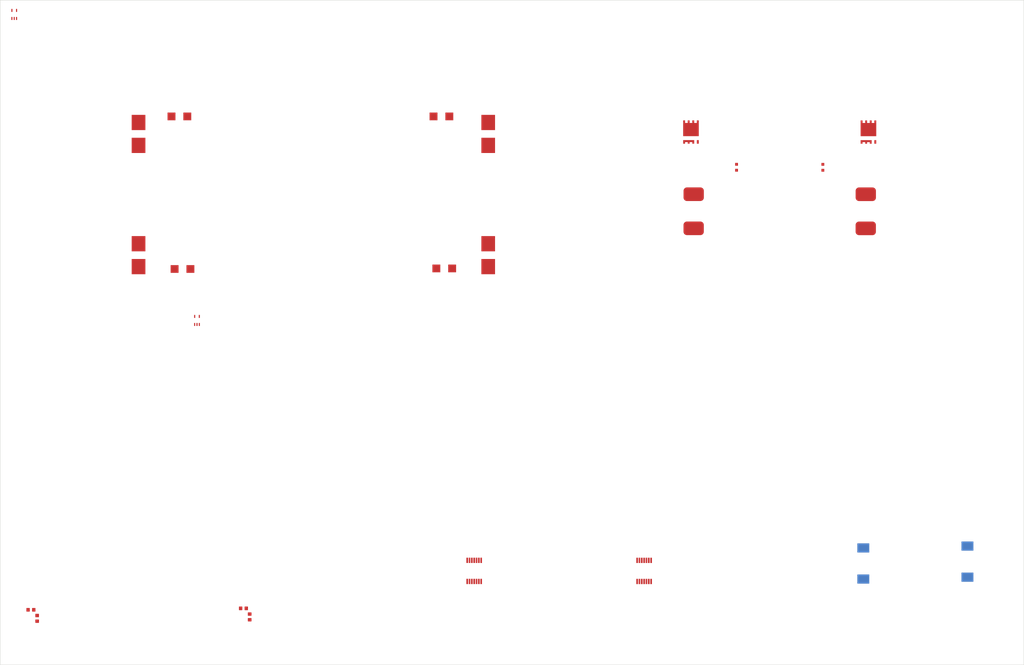
<source format=kicad_pcb>
(kicad_pcb (version 20240108) (generator "pcbnew") (generator_version "8.0")
  (layers (0 "F.Cu" signal) (31 "B.Cu" signal) (34 "B.Paste" user) (35 "F.Paste" user) (36 "B.SilkS" user "B.Silkscreen") (37 "F.SilkS" user "F.Silkscreen") (38 "B.Mask" user) (39 "F.Mask" user) (44 "Edge.Cuts" user))
  (net 0 "")
  (footprint "SMBJ33A:DIOM5436X244N" (layer "F.Cu") (at 125.045 32.3627 180)
    (property "Reference" "D3" (hide yes))
    (property "Value" "DIOM5436X244N" (hide yes))
    (pad "1" smd rect (at 0 0 270) (size 2.15 2.2) (layers "F.Cu" "F.Paste" "F.Mask"))
    (pad "2" smd rect (at 4.4 0 270) (size 2.15 2.2) (layers "F.Cu" "F.Paste" "F.Mask"))
  )
  (footprint "libloader:BSC021N08NS5ATMA1" (layer "F.Cu") (at 192.32 36.708)
    (property "Reference" "Q1" (hide yes))
    (property "Value" "ISC009N06LM5ATMA1" (hide yes))
    (pad "1" smd rect (at -1.905 3.024 90) (size 0.45 0.54) (layers "F.Cu" "F.Paste" "F.Mask") (thermal_bridge_width 1))
    (pad "2" smd rect (at -0.635 3.024 90) (size 0.45 0.54) (layers "F.Cu" "F.Paste" "F.Mask") (thermal_bridge_width 1))
    (pad "3" smd rect (at 0.635 3.024 90) (size 0.45 0.54) (layers "F.Cu" "F.Paste" "F.Mask"))
    (pad "4" smd rect (at 1.905 2.749) (size 0.54 1) (layers "F.Cu" "F.Paste" "F.Mask"))
    (pad "5" smd rect (at 1.905 -2.888) (size 0.54 0.725) (layers "F.Cu" "F.Paste" "F.Mask"))
    (pad "6" smd rect (at 0.635 -2.888) (size 0.54 0.725) (layers "F.Cu" "F.Paste" "F.Mask"))
    (pad "7" smd rect (at -0.635 -2.888) (size 0.54 0.725) (layers "F.Cu" "F.Paste" "F.Mask"))
    (pad "8" smd rect (at -1.905 -2.888) (size 0.54 0.725) (layers "F.Cu" "F.Paste" "F.Mask"))
    (pad "9" smd rect (at 0 -0.688 90) (size 3.675 4.35) (layers "F.Cu" "F.Paste" "F.Mask"))
    (pad "10" smd rect (at -0.635 2.524 90) (size 0.55 3.08) (layers "F.Cu" "F.Paste" "F.Mask") (thermal_bridge_width 2))
  )
  (footprint "Justus:mp012928" (layer "F.Cu") (at 193.07 54.02 -90)
    (property "Reference" "J4" (hide yes))
    (property "Value" "Conn_01x02_Pin" (hide yes))
    (pad "1" smd roundrect (at 0 -0.01 270) (size 3.79 5.65) (layers "F.Cu" "F.Paste" "F.Mask"))
    (pad "2" smd roundrect (at 9.5 0 270) (size 3.79 5.65) (layers "F.Cu" "F.Paste" "F.Mask"))
  )
  (footprint "SMBJ33A:DIOM5436X244N" (layer "F.Cu") (at 47.695 32.3627)
    (property "Reference" "D2" (hide yes))
    (property "Value" "DIOM5436X244N" (hide yes))
    (pad "1" smd rect (at 0 0 90) (size 2.15 2.2) (layers "F.Cu" "F.Paste" "F.Mask"))
    (pad "2" smd rect (at 4.4 0 90) (size 2.15 2.2) (layers "F.Cu" "F.Paste" "F.Mask"))
  )
  (footprint "FUSE:Fuse" (layer "F.Cu") (at 38.52 70.9877 90)
    (property "Reference" "F5" (hide yes))
    (property "Value" "Fuse" (hide yes))
    (pad "1" smd rect (at -3.1877 0 180) (size 3.81 4.2418) (layers "F.Cu" "F.Paste" "F.Mask"))
    (pad "2" smd rect (at 3.1877 0 180) (size 3.81 4.2418) (layers "F.Cu" "F.Paste" "F.Mask"))
  )
  (footprint "SMBJ33A:DIOM5436X244N" (layer "F.Cu") (at 52.9586 74.8377 180)
    (property "Reference" "D4" (hide yes))
    (property "Value" "DIOM5436X244N" (hide yes))
    (pad "1" smd rect (at 0 0 270) (size 2.15 2.2) (layers "F.Cu" "F.Paste" "F.Mask"))
    (pad "2" smd rect (at 4.4 0 270) (size 2.15 2.2) (layers "F.Cu" "F.Paste" "F.Mask"))
  )
  (footprint "SN74LVC1G32IDCKREP:SN74LVC1G32IDCKREP" (layer "F.Cu") (at 54.795 89.1627 90)
    (property "Reference" "REF**" (hide yes))
    (property "Value" "DCK5" (hide yes))
    (pad "1" smd rect (at -1.121151 -0.649999 90) (size 0.845299 0.3048) (layers "F.Cu" "F.Paste" "F.Mask"))
    (pad "2" smd rect (at -1.121151 0 90) (size 0.845299 0.3048) (layers "F.Cu" "F.Paste" "F.Mask"))
    (pad "3" smd rect (at -1.121151 0.649999 90) (size 0.845299 0.3048) (layers "F.Cu" "F.Paste" "F.Mask"))
    (pad "4" smd rect (at 1.121151 0.649999 90) (size 0.845299 0.3048) (layers "F.Cu" "F.Paste" "F.Mask"))
    (pad "5" smd rect (at 1.121151 -0.649999 90) (size 0.845299 0.3048) (layers "F.Cu" "F.Paste" "F.Mask"))
  )
  (footprint "FUSE:Fuse" (layer "F.Cu") (at 38.52 37.2377 -90)
    (property "Reference" "F3" (hide yes))
    (property "Value" "Fuse" (hide yes))
    (pad "1" smd rect (at -3.1877 0) (size 3.81 4.2418) (layers "F.Cu" "F.Paste" "F.Mask"))
    (pad "2" smd rect (at 3.1877 0) (size 3.81 4.2418) (layers "F.Cu" "F.Paste" "F.Mask"))
  )
  (footprint "R0603:RESC1608X50N" (layer "F.Cu") (at 67.73 169.32)
    (property "Reference" "1.1k" (hide yes))
    (property "Value" "MCT06030D1101BP500" (hide yes))
    (pad "1" smd roundrect (at -0.79 0) (size 0.94 1.02) (layers "F.Cu" "F.Paste" "F.Mask") (roundrect_rratio 0.1))
    (pad "2" smd roundrect (at 0.79 0) (size 0.94 1.02) (layers "F.Cu" "F.Paste" "F.Mask") (roundrect_rratio 0.1))
  )
  (footprint "AS5047P-ATSM:SOP65P640X120-14N" (layer "F.Cu") (at 131.97 158.89 -90)
    (property "Reference" "IC1" (hide yes))
    (property "Value" "AS5047P-ATSM" (hide yes))
    (pad "1" smd rect (at -2.938 -1.95) (size 0.45 1.475) (layers "F.Cu" "F.Paste" "F.Mask"))
    (pad "2" smd rect (at -2.938 -1.3) (size 0.45 1.475) (layers "F.Cu" "F.Paste" "F.Mask"))
    (pad "3" smd rect (at -2.938 -0.65) (size 0.45 1.475) (layers "F.Cu" "F.Paste" "F.Mask"))
    (pad "4" smd rect (at -2.938 0) (size 0.45 1.475) (layers "F.Cu" "F.Paste" "F.Mask"))
    (pad "5" smd rect (at -2.938 0.65) (size 0.45 1.475) (layers "F.Cu" "F.Paste" "F.Mask"))
    (pad "6" smd rect (at -2.938 1.3) (size 0.45 1.475) (layers "F.Cu" "F.Paste" "F.Mask"))
    (pad "7" smd rect (at -2.938 1.95) (size 0.45 1.475) (layers "F.Cu" "F.Paste" "F.Mask"))
    (pad "8" smd rect (at 2.938 1.95) (size 0.45 1.475) (layers "F.Cu" "F.Paste" "F.Mask"))
    (pad "9" smd rect (at 2.938 1.3) (size 0.45 1.475) (layers "F.Cu" "F.Paste" "F.Mask"))
    (pad "10" smd rect (at 2.938 0.65) (size 0.45 1.475) (layers "F.Cu" "F.Paste" "F.Mask"))
    (pad "11" smd rect (at 2.938 0) (size 0.45 1.475) (layers "F.Cu" "F.Paste" "F.Mask"))
    (pad "12" smd rect (at 2.938 -0.65) (size 0.45 1.475) (layers "F.Cu" "F.Paste" "F.Mask"))
    (pad "13" smd rect (at 2.938 -1.3) (size 0.45 1.475) (layers "F.Cu" "F.Paste" "F.Mask"))
    (pad "14" smd rect (at 2.938 -1.95) (size 0.45 1.475) (layers "F.Cu" "F.Paste" "F.Mask"))
  )
  (footprint "SMBJ33A:DIOM5436X244N" (layer "F.Cu") (at 121.4314 74.6853)
    (property "Reference" "D1" (hide yes))
    (property "Value" "DIOM5436X244N" (hide yes))
    (pad "1" smd rect (at 0 0 90) (size 2.15 2.2) (layers "F.Cu" "F.Paste" "F.Mask"))
    (pad "2" smd rect (at 4.4 0 90) (size 2.15 2.2) (layers "F.Cu" "F.Paste" "F.Mask"))
  )
  (footprint "libloader:SMLD12EN1WT86C" (layer "F.Cu") (at 205.015 46.52 -90)
    (property "Reference" "LED1" (hide yes))
    (property "Value" "SMLD12EN1WT86C" (hide yes))
    (pad "1" smd rect (at -0.825 0) (size 0.8 0.8) (layers "F.Cu" "F.Paste" "F.Mask"))
    (pad "2" smd rect (at 0.825 0) (size 0.8 0.8) (layers "F.Cu" "F.Paste" "F.Mask"))
  )
  (footprint "SN74LVC1G32IDCKREP:SN74LVC1G32IDCKREP" (layer "F.Cu") (at 3.91 3.97 90)
    (property "Reference" "REF**" (hide yes))
    (property "Value" "DCK5" (hide yes))
    (pad "1" smd rect (at -1.121151 -0.649999 90) (size 0.845299 0.3048) (layers "F.Cu" "F.Paste" "F.Mask"))
    (pad "2" smd rect (at -1.121151 0 90) (size 0.845299 0.3048) (layers "F.Cu" "F.Paste" "F.Mask"))
    (pad "3" smd rect (at -1.121151 0.649999 90) (size 0.845299 0.3048) (layers "F.Cu" "F.Paste" "F.Mask"))
    (pad "4" smd rect (at 1.121151 0.649999 90) (size 0.845299 0.3048) (layers "F.Cu" "F.Paste" "F.Mask"))
    (pad "5" smd rect (at 1.121151 -0.649999 90) (size 0.845299 0.3048) (layers "F.Cu" "F.Paste" "F.Mask"))
  )
  (footprint "R0603:RESC1608X50N" (layer "F.Cu") (at 10.29 172.1 90)
    (property "Reference" "7.5k" (hide yes))
    (property "Value" "MCT06030D7501BP500" (hide yes))
    (pad "1" smd roundrect (at -0.79 0 90) (size 0.94 1.02) (layers "F.Cu" "F.Paste" "F.Mask") (roundrect_rratio 0.1))
    (pad "2" smd roundrect (at 0.79 0 90) (size 0.94 1.02) (layers "F.Cu" "F.Paste" "F.Mask") (roundrect_rratio 0.1))
  )
  (footprint "AS5047P-ATSM:SOP65P640X120-14N" (layer "F.Cu") (at 179.28 158.898 -90)
    (property "Reference" "IC1" (hide yes))
    (property "Value" "AS5047P-ATSM" (hide yes))
    (pad "1" smd rect (at -2.938 -1.95) (size 0.45 1.475) (layers "F.Cu" "F.Paste" "F.Mask"))
    (pad "2" smd rect (at -2.938 -1.3) (size 0.45 1.475) (layers "F.Cu" "F.Paste" "F.Mask"))
    (pad "3" smd rect (at -2.938 -0.65) (size 0.45 1.475) (layers "F.Cu" "F.Paste" "F.Mask"))
    (pad "4" smd rect (at -2.938 0) (size 0.45 1.475) (layers "F.Cu" "F.Paste" "F.Mask"))
    (pad "5" smd rect (at -2.938 0.65) (size 0.45 1.475) (layers "F.Cu" "F.Paste" "F.Mask"))
    (pad "6" smd rect (at -2.938 1.3) (size 0.45 1.475) (layers "F.Cu" "F.Paste" "F.Mask"))
    (pad "7" smd rect (at -2.938 1.95) (size 0.45 1.475) (layers "F.Cu" "F.Paste" "F.Mask"))
    (pad "8" smd rect (at 2.938 1.95) (size 0.45 1.475) (layers "F.Cu" "F.Paste" "F.Mask"))
    (pad "9" smd rect (at 2.938 1.3) (size 0.45 1.475) (layers "F.Cu" "F.Paste" "F.Mask"))
    (pad "10" smd rect (at 2.938 0.65) (size 0.45 1.475) (layers "F.Cu" "F.Paste" "F.Mask"))
    (pad "11" smd rect (at 2.938 0) (size 0.45 1.475) (layers "F.Cu" "F.Paste" "F.Mask"))
    (pad "12" smd rect (at 2.938 -0.65) (size 0.45 1.475) (layers "F.Cu" "F.Paste" "F.Mask"))
    (pad "13" smd rect (at 2.938 -1.3) (size 0.45 1.475) (layers "F.Cu" "F.Paste" "F.Mask"))
    (pad "14" smd rect (at 2.938 -1.95) (size 0.45 1.475) (layers "F.Cu" "F.Paste" "F.Mask"))
  )
  (footprint "FUSE:Fuse" (layer "F.Cu") (at 135.87 37.2377 90)
    (property "Reference" "F2" (hide yes))
    (property "Value" "Fuse" (hide yes))
    (pad "1" smd rect (at -3.1877 0 180) (size 3.81 4.2418) (layers "F.Cu" "F.Paste" "F.Mask"))
    (pad "2" smd rect (at 3.1877 0 180) (size 3.81 4.2418) (layers "F.Cu" "F.Paste" "F.Mask"))
  )
  (footprint "R0603:RESC1608X50N" (layer "F.Cu") (at 8.56 169.72)
    (property "Reference" "1.1k" (hide yes))
    (property "Value" "MCT06030D1101BP500" (hide yes))
    (pad "1" smd roundrect (at -0.79 0) (size 0.94 1.02) (layers "F.Cu" "F.Paste" "F.Mask") (roundrect_rratio 0.1))
    (pad "2" smd roundrect (at 0.79 0) (size 0.94 1.02) (layers "F.Cu" "F.Paste" "F.Mask") (roundrect_rratio 0.1))
  )
  (footprint "R0603:RESC1608X50N" (layer "F.Cu") (at 69.46 171.7 90)
    (property "Reference" "7.5k" (hide yes))
    (property "Value" "MCT06030D7501BP500" (hide yes))
    (pad "1" smd roundrect (at -0.79 0 90) (size 0.94 1.02) (layers "F.Cu" "F.Paste" "F.Mask") (roundrect_rratio 0.1))
    (pad "2" smd roundrect (at 0.79 0 90) (size 0.94 1.02) (layers "F.Cu" "F.Paste" "F.Mask") (roundrect_rratio 0.1))
  )
  (footprint "Bohrloch:Stencil" (layer "F.Cu") (at 239.485 46.28)
    (property "Reference" "REF**" (hide yes))
    (property "Value" "Stencil" (hide yes))
    (pad "1" smd rect (at -10.45 -0.575) (size 0.8 0.8) (layers "F.Cu" "F.Paste" "F.Mask"))
    (pad "1" smd rect (at 0.34 -6.538 90) (size 0.45 0.54) (layers "F.Cu" "F.Paste" "F.Mask") (thermal_bridge_width 1))
    (pad "1" smd roundrect (at 1.505 7.75 270) (size 3.79 5.65) (layers "F.Cu" "F.Paste" "F.Mask"))
    (pad "2" smd rect (at -10.45 1.075) (size 0.8 0.8) (layers "F.Cu" "F.Paste" "F.Mask"))
    (pad "2" smd roundrect (at 1.495 17.25 270) (size 3.79 5.65) (layers "F.Cu" "F.Paste" "F.Mask"))
    (pad "2" smd rect (at 1.61 -6.538 90) (size 0.45 0.54) (layers "F.Cu" "F.Paste" "F.Mask") (thermal_bridge_width 1))
    (pad "3" smd rect (at 2.88 -6.538 90) (size 0.45 0.54) (layers "F.Cu" "F.Paste" "F.Mask"))
    (pad "4" smd rect (at 4.15 -6.813) (size 0.54 1) (layers "F.Cu" "F.Paste" "F.Mask"))
    (pad "5" smd rect (at 4.15 -12.45) (size 0.54 0.725) (layers "F.Cu" "F.Paste" "F.Mask"))
    (pad "6" smd rect (at 2.88 -12.45) (size 0.54 0.725) (layers "F.Cu" "F.Paste" "F.Mask"))
    (pad "7" smd rect (at 1.61 -12.45) (size 0.54 0.725) (layers "F.Cu" "F.Paste" "F.Mask"))
    (pad "8" smd rect (at 0.34 -12.45) (size 0.54 0.725) (layers "F.Cu" "F.Paste" "F.Mask"))
    (pad "9" smd rect (at 2.245 -10.25 90) (size 3.675 4.35) (layers "F.Cu" "F.Paste" "F.Mask"))
    (pad "10" smd rect (at 1.61 -7.038 90) (size 0.55 3.08) (layers "F.Cu" "F.Paste" "F.Mask") (thermal_bridge_width 2))
  )
  (footprint "FUSE:Fuse" (layer "F.Cu") (at 135.87 70.9877 90)
    (property "Reference" "F4" (hide yes))
    (property "Value" "Fuse" (hide yes))
    (pad "1" smd rect (at -3.1877 0 180) (size 3.81 4.2418) (layers "F.Cu" "F.Paste" "F.Mask"))
    (pad "2" smd rect (at 3.1877 0 180) (size 3.81 4.2418) (layers "F.Cu" "F.Paste" "F.Mask"))
  )
  (footprint "smd sicherung:FUSC10131X330N" (layer "B.Cu") (at 269.29 156.31 90)
    (property "Reference" "F1" (hide yes))
    (property "Value" "SF-3812F3500T-2" (hide yes))
    (pad "1" smd rect (at -4.33 0 90) (size 2.55 3.32) (layers "B.Cu" "B.Paste" "B.Mask"))
    (pad "2" smd rect (at 4.33 0 90) (size 2.55 3.32) (layers "B.Cu" "B.Paste" "B.Mask"))
  )
  (footprint "smd sicherung:FUSC10131X330N" (layer "B.Cu") (at 240.3 156.83 90)
    (property "Reference" "F1" (hide yes))
    (property "Value" "SF-3812F3500T-2" (hide yes))
    (pad "1" smd rect (at -4.33 0 90) (size 2.55 3.32) (layers "B.Cu" "B.Paste" "B.Mask"))
    (pad "2" smd rect (at 4.33 0 90) (size 2.55 3.32) (layers "B.Cu" "B.Paste" "B.Mask"))
  )
  (gr_line (start 0 0) (end 0 185) (stroke (width 0.1)) (layer "Edge.Cuts"))
  (gr_line (start 285 185) (end 0 185) (stroke (width 0.1)) (layer "Edge.Cuts"))
  (gr_line (start 0 0) (end 285 0) (stroke (width 0.1)) (layer "Edge.Cuts"))
  (gr_line (start 285 0) (end 285 185) (stroke (width 0.1)) (layer "Edge.Cuts"))
)
</source>
